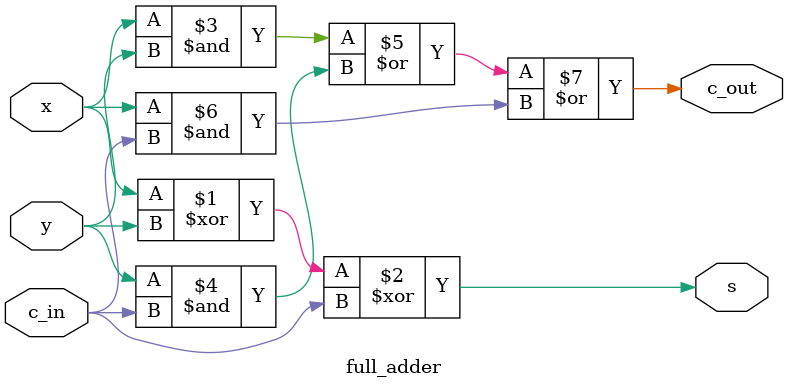
<source format=v>
module full_adder_3(
    x, y, c_in,
    s, c_out
);
    input [2:0] x, y;
    input c_in;
    output [2:0] s;
    output c_out;

    wire c_in_1;
    full_adder fa_0 (
        .x(x[0]), .y(y[0]), .c_in(c_in),
        .s(s[0]), .c_out(c_in_1)
    );

    wire c_in_2;
    full_adder fa_1 (
        .x(x[1]), .y(y[1]), .c_in(c_in_1),
        .s(s[1]), .c_out(c_in_2)
    );

    full_adder fa_2 (
        .x(x[2]), .y(y[2]), .c_in(c_in_2),
        .s(s[2]), .c_out(c_out)
    );

endmodule

module full_adder(
    x, y, c_in,
    s, c_out
);
    input x, y;
    input c_in;
    output s;
    output c_out;

    assign #5 s = x ^ y ^ c_in;
    assign #5 c_out = ( x & y ) | ( y & c_in) | ( x & c_in );
endmodule

</source>
